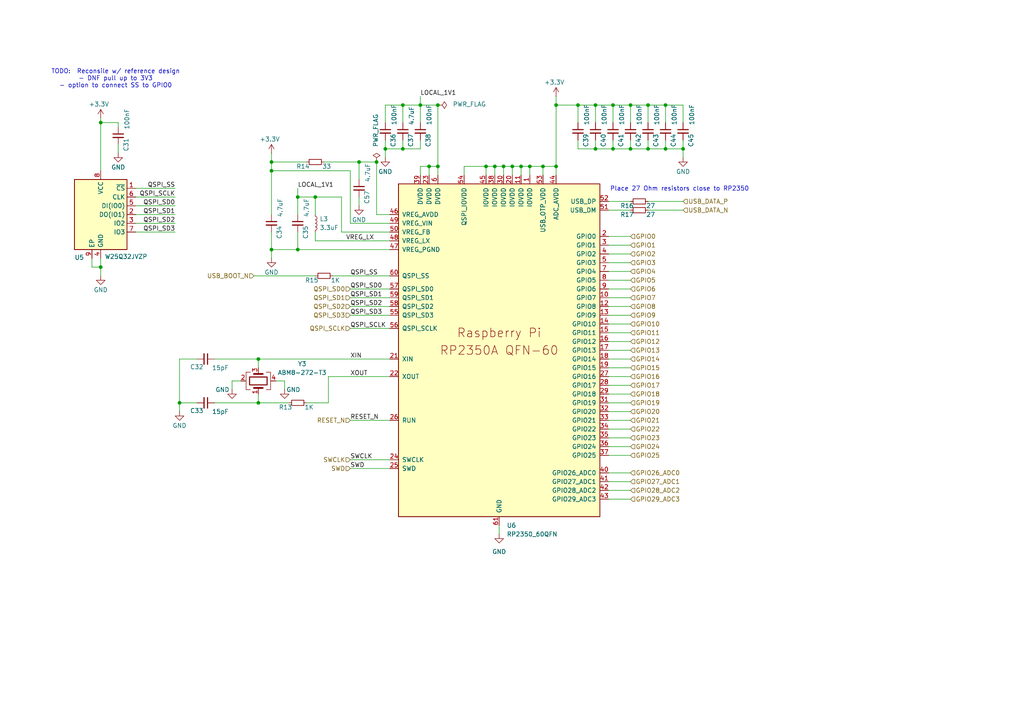
<source format=kicad_sch>
(kicad_sch (version 20231120) (generator "eeschema") (generator_version "8.0")
  (paper "A4")
  (title_block (title "RP2350 Target Board") (date "2024-10-23") (rev "rev1-pre3") (company "Pigweed"))
  (lib_symbols
    (symbol "Device:C_Small" (pin_numbers hide) (pin_names (offset 0.254) hide)
      (property "Reference" "C" (at 0.254 1.778 0))
      (property "Value" "C_Small" (at 0.254 -2.032 0))
      (symbol "C_Small_0_1"
        (polyline (pts (xy -1.524 -0.508) (xy 1.524 -0.508)) (stroke (width 0.3302)))
        (polyline (pts (xy -1.524 0.508) (xy 1.524 0.508)) (stroke (width 0.3048)))
      )
      (symbol "C_Small_1_1"
        (pin passive line (at 0 2.54 270) (length 2.032) (name "~") (number "1"))
        (pin passive line (at 0 -2.54 90) (length 2.032) (name "~") (number "2"))
      )
    )
    (symbol "Device:Crystal_GND24" (pin_names (offset 1.016) hide)
      (property "Reference" "Y" (at 3.175 5.08 0))
      (property "Value" "Crystal_GND24" (at 3.175 3.175 0))
      (symbol "Crystal_GND24_0_1"
        (rectangle (start -1.143 2.54) (end 1.143 -2.54) (stroke (width 0.3048)))
        (polyline (pts (xy -2.54 0) (xy -2.032 0)))
        (polyline (pts (xy -2.032 -1.27) (xy -2.032 1.27)) (stroke (width 0.508)))
        (polyline (pts (xy 0 -3.81) (xy 0 -3.556)))
        (polyline (pts (xy 0 3.556) (xy 0 3.81)))
        (polyline (pts (xy 2.032 -1.27) (xy 2.032 1.27)) (stroke (width 0.508)))
        (polyline (pts (xy 2.032 0) (xy 2.54 0)))
        (polyline (pts (xy -2.54 -2.286) (xy -2.54 -3.556) (xy 2.54 -3.556) (xy 2.54 -2.286)))
        (polyline (pts (xy -2.54 2.286) (xy -2.54 3.556) (xy 2.54 3.556) (xy 2.54 2.286)))
      )
      (symbol "Crystal_GND24_1_1"
        (pin passive line (at -3.81 0 0) (length 1.27) (name "1") (number "1"))
        (pin passive line (at 0 5.08 270) (length 1.27) (name "2") (number "2"))
        (pin passive line (at 3.81 0 180) (length 1.27) (name "3") (number "3"))
        (pin passive line (at 0 -5.08 90) (length 1.27) (name "4") (number "4"))
      )
    )
    (symbol "Device:L_Small" (pin_numbers hide) (pin_names (offset 0.254) hide)
      (property "Reference" "L" (at 0.762 1.016 0))
      (property "Value" "L_Small" (at 0.762 -1.016 0))
      (symbol "L_Small_0_1"
        (arc (start 0 -2.032) (mid 0.5058 -1.524) (end 0 -1.016))
        (arc (start 0 -1.016) (mid 0.5058 -0.508) (end 0 0))
        (arc (start 0 0) (mid 0.5058 0.508) (end 0 1.016))
        (arc (start 0 1.016) (mid 0.5058 1.524) (end 0 2.032))
      )
      (symbol "L_Small_1_1"
        (pin passive line (at 0 2.54 270) (length 0.508) (name "~") (number "1"))
        (pin passive line (at 0 -2.54 90) (length 0.508) (name "~") (number "2"))
      )
    )
    (symbol "Device:R_Small" (pin_numbers hide) (pin_names (offset 0.254) hide)
      (property "Reference" "R" (at 0.762 0.508 0))
      (property "Value" "R_Small" (at 0.762 -1.016 0))
      (symbol "R_Small_0_1"
        (rectangle (start -0.762 1.778) (end 0.762 -1.778) (stroke (width 0.2032)))
      )
      (symbol "R_Small_1_1"
        (pin passive line (at 0 2.54 270) (length 0.762) (name "~") (number "1"))
        (pin passive line (at 0 -2.54 90) (length 0.762) (name "~") (number "2"))
      )
    )
    (symbol "MCU_RaspberryPi_RP2350:RP2350_60QFN" (pin_names (offset 1.016))
      (property "Reference" "U" (at -29.21 49.53 0))
      (property "Value" "RP2350_60QFN" (at 24.13 -49.53 0))
      (symbol "RP2350_60QFN_0_0"
        (text "Raspberry Pi" (at 0 5.08 0) (effects (font (size 2.54 2.54))))
      )
      (symbol "RP2350_60QFN_0_1"
        (rectangle (start -29.21 48.26) (end 29.21 -48.26) (stroke (width 0.254)) (fill (type background)))
      )
      (symbol "RP2350_60QFN_1_0"
        (text "RP2350A QFN-60" (at 0 0 0) (effects (font (size 2.54 2.54))))
      )
      (symbol "RP2350_60QFN_1_1"
        (pin power_in line (at 8.89 50.8 270) (length 2.54) (name "IOVDD") (number "1"))
        (pin bidirectional line (at 31.75 15.24 180) (length 2.54) (name "GPIO7") (number "10"))
        (pin power_in line (at 6.35 50.8 270) (length 2.54) (name "IOVDD") (number "11"))
        (pin bidirectional line (at 31.75 12.7 180) (length 2.54) (name "GPIO8") (number "12"))
        (pin bidirectional line (at 31.75 10.16 180) (length 2.54) (name "GPIO9") (number "13"))
        (pin bidirectional line (at 31.75 7.62 180) (length 2.54) (name "GPIO10") (number "14"))
        (pin bidirectional line (at 31.75 5.08 180) (length 2.54) (name "GPIO11") (number "15"))
        (pin bidirectional line (at 31.75 2.54 180) (length 2.54) (name "GPIO12") (number "16"))
        (pin bidirectional line (at 31.75 0 180) (length 2.54) (name "GPIO13") (number "17"))
        (pin bidirectional line (at 31.75 -2.54 180) (length 2.54) (name "GPIO14") (number "18"))
        (pin bidirectional line (at 31.75 -5.08 180) (length 2.54) (name "GPIO15") (number "19"))
        (pin bidirectional line (at 31.75 33.02 180) (length 2.54) (name "GPIO0") (number "2"))
        (pin power_in line (at 3.81 50.8 270) (length 2.54) (name "IOVDD") (number "20"))
        (pin input line (at -31.75 -2.54 0) (length 2.54) (name "XIN") (number "21"))
        (pin passive line (at -31.75 -7.62 0) (length 2.54) (name "XOUT") (number "22"))
        (pin power_in line (at -20.32 50.8 270) (length 2.54) (name "DVDD") (number "23"))
        (pin input line (at -31.75 -31.75 0) (length 2.54) (name "SWCLK") (number "24"))
        (pin bidirectional line (at -31.75 -34.29 0) (length 2.54) (name "SWD") (number "25"))
        (pin input line (at -31.75 -20.32 0) (length 2.54) (name "RUN") (number "26"))
        (pin bidirectional line (at 31.75 -7.62 180) (length 2.54) (name "GPIO16") (number "27"))
        (pin bidirectional line (at 31.75 -10.16 180) (length 2.54) (name "GPIO17") (number "28"))
        (pin bidirectional line (at 31.75 -12.7 180) (length 2.54) (name "GPIO18") (number "29"))
        (pin bidirectional line (at 31.75 30.48 180) (length 2.54) (name "GPIO1") (number "3"))
        (pin power_in line (at 1.27 50.8 270) (length 2.54) (name "IOVDD") (number "30"))
        (pin bidirectional line (at 31.75 -15.24 180) (length 2.54) (name "GPIO19") (number "31"))
        (pin bidirectional line (at 31.75 -17.78 180) (length 2.54) (name "GPIO20") (number "32"))
        (pin bidirectional line (at 31.75 -20.32 180) (length 2.54) (name "GPIO21") (number "33"))
        (pin bidirectional line (at 31.75 -22.86 180) (length 2.54) (name "GPIO22") (number "34"))
        (pin bidirectional line (at 31.75 -25.4 180) (length 2.54) (name "GPIO23") (number "35"))
        (pin bidirectional line (at 31.75 -27.94 180) (length 2.54) (name "GPIO24") (number "36"))
        (pin bidirectional line (at 31.75 -30.48 180) (length 2.54) (name "GPIO25") (number "37"))
        (pin power_in line (at -1.27 50.8 270) (length 2.54) (name "IOVDD") (number "38"))
        (pin power_in line (at -22.86 50.8 270) (length 2.54) (name "DVDD") (number "39"))
        (pin bidirectional line (at 31.75 27.94 180) (length 2.54) (name "GPIO2") (number "4"))
        (pin bidirectional line (at 31.75 -35.56 180) (length 2.54) (name "GPIO26_ADC0") (number "40"))
        (pin bidirectional line (at 31.75 -38.1 180) (length 2.54) (name "GPIO27_ADC1") (number "41"))
        (pin bidirectional line (at 31.75 -40.64 180) (length 2.54) (name "GPIO28_ADC2") (number "42"))
        (pin bidirectional line (at 31.75 -43.18 180) (length 2.54) (name "GPIO29_ADC3") (number "43"))
        (pin power_in line (at 16.51 50.8 270) (length 2.54) (name "ADC_AVDD") (number "44"))
        (pin power_in line (at -3.81 50.8 270) (length 2.54) (name "IOVDD") (number "45"))
        (pin power_in line (at -31.75 39.37 0) (length 2.54) (name "VREG_AVDD") (number "46"))
        (pin power_in line (at -31.75 29.21 0) (length 2.54) (name "VREG_PGND") (number "47"))
        (pin power_out line (at -31.75 31.75 0) (length 2.54) (name "VREG_LX") (number "48"))
        (pin power_in line (at -31.75 36.83 0) (length 2.54) (name "VREG_VIN") (number "49"))
        (pin bidirectional line (at 31.75 25.4 180) (length 2.54) (name "GPIO3") (number "5"))
        (pin input line (at -31.75 34.29 0) (length 2.54) (name "VREG_FB") (number "50"))
        (pin bidirectional line (at 31.75 40.64 180) (length 2.54) (name "USB_DM") (number "51"))
        (pin bidirectional line (at 31.75 43.18 180) (length 2.54) (name "USB_DP") (number "52"))
        (pin power_in line (at 12.7 50.8 270) (length 2.54) (name "USB_OTP_VDD") (number "53"))
        (pin power_in line (at -10.16 50.8 270) (length 2.54) (name "QSPI_IOVDD") (number "54"))
        (pin bidirectional line (at -31.75 10.16 0) (length 2.54) (name "QSPI_SD3") (number "55"))
        (pin output line (at -31.75 6.35 0) (length 2.54) (name "QSPI_SCLK") (number "56"))
        (pin bidirectional line (at -31.75 17.78 0) (length 2.54) (name "QSPI_SD0") (number "57"))
        (pin bidirectional line (at -31.75 12.7 0) (length 2.54) (name "QSPI_SD2") (number "58"))
        (pin bidirectional line (at -31.75 15.24 0) (length 2.54) (name "QSPI_SD1") (number "59"))
        (pin power_in line (at -17.78 50.8 270) (length 2.54) (name "DVDD") (number "6"))
        (pin bidirectional line (at -31.75 21.59 0) (length 2.54) (name "QSPI_SS") (number "60"))
        (pin power_in line (at 0 -50.8 90) (length 2.54) (name "GND") (number "61"))
        (pin bidirectional line (at 31.75 22.86 180) (length 2.54) (name "GPIO4") (number "7"))
        (pin bidirectional line (at 31.75 20.32 180) (length 2.54) (name "GPIO5") (number "8"))
        (pin bidirectional line (at 31.75 17.78 180) (length 2.54) (name "GPIO6") (number "9"))
      )
    )
    (symbol "Memory_Flash:W25Q32JVZP"
      (property "Reference" "U" (at -6.35 11.43 0))
      (property "Value" "W25Q32JVZP" (at 7.62 11.43 0))
      (symbol "W25Q32JVZP_0_1"
        (rectangle (start -7.62 10.16) (end 7.62 -10.16) (stroke (width 0.254)) (fill (type background)))
      )
      (symbol "W25Q32JVZP_1_1"
        (pin input line (at -10.16 7.62 0) (length 2.54) (name "~{CS}") (number "1"))
        (pin bidirectional line (at -10.16 0 0) (length 2.54) (name "DO(IO1)") (number "2"))
        (pin bidirectional line (at -10.16 -2.54 0) (length 2.54) (name "IO2") (number "3"))
        (pin power_in line (at 0 -12.7 90) (length 2.54) (name "GND") (number "4"))
        (pin bidirectional line (at -10.16 2.54 0) (length 2.54) (name "DI(IO0)") (number "5"))
        (pin input line (at -10.16 5.08 0) (length 2.54) (name "CLK") (number "6"))
        (pin bidirectional line (at -10.16 -5.08 0) (length 2.54) (name "IO3") (number "7"))
        (pin power_in line (at 0 12.7 270) (length 2.54) (name "VCC") (number "8"))
        (pin passive line (at 2.54 -12.7 90) (length 2.54) (name "EP") (number "9"))
      )
    )
    (symbol "power:+3.3V" (power) (pin_numbers hide) (pin_names (offset 0) hide)
      (property "Value" "+3.3V" (at 0 3.556 0))
      (symbol "+3.3V_0_1"
        (polyline (pts (xy -0.762 1.27) (xy 0 2.54)))
        (polyline (pts (xy 0 0) (xy 0 2.54)))
        (polyline (pts (xy 0 2.54) (xy 0.762 1.27)))
      )
      (symbol "+3.3V_1_1"
        (pin power_in line (at 0 0 90) (length 0) (name "~") (number "1"))
      )
    )
    (symbol "power:GND" (power) (pin_numbers hide) (pin_names (offset 0) hide)
      (property "Value" "GND" (at 0 -3.81 0))
      (symbol "GND_0_1"
        (polyline (pts (xy 0 0) (xy 0 -1.27) (xy 1.27 -1.27) (xy 0 -2.54) (xy -1.27 -1.27) (xy 0 -1.27)))
      )
      (symbol "GND_1_1"
        (pin power_in line (at 0 0 270) (length 0) (name "~") (number "1"))
      )
    )
    (symbol "power:PWR_FLAG" (power) (pin_numbers hide) (pin_names (offset 0) hide)
      (property "Value" "PWR_FLAG" (at 0 3.81 0))
      (symbol "PWR_FLAG_0_0"
        (pin power_out line (at 0 0 90) (length 0) (name "~") (number "1"))
      )
      (symbol "PWR_FLAG_0_1"
        (polyline (pts (xy 0 0) (xy 0 1.27) (xy -1.016 1.905) (xy 0 2.54) (xy 1.016 1.905) (xy 0 1.27)))
      )
    )
  )
  (junction (at 193.04 30.48))
  (junction (at 116.84 30.48))
  (junction (at 143.51 48.26))
  (junction (at 109.22 46.99))
  (junction (at 187.96 30.48))
  (junction (at 116.84 43.18))
  (junction (at 52.07 116.84))
  (junction (at 124.46 48.26))
  (junction (at 151.13 48.26))
  (junction (at 127 48.26))
  (junction (at 193.04 43.18))
  (junction (at 167.64 30.48))
  (junction (at 148.59 48.26))
  (junction (at 146.05 48.26))
  (junction (at 78.74 72.39))
  (junction (at 177.8 43.18))
  (junction (at 172.72 30.48))
  (junction (at 182.88 43.18))
  (junction (at 78.74 46.99))
  (junction (at 104.14 46.99))
  (junction (at 78.74 49.53))
  (junction (at 91.44 57.15))
  (junction (at 140.97 48.26))
  (junction (at 121.92 30.48))
  (junction (at 182.88 30.48))
  (junction (at 74.93 116.84))
  (junction (at 172.72 43.18))
  (junction (at 111.76 43.18))
  (junction (at 29.21 35.56))
  (junction (at 86.36 72.39))
  (junction (at 161.29 30.48))
  (junction (at 153.67 48.26))
  (junction (at 198.12 43.18))
  (junction (at 86.36 57.15))
  (junction (at 157.48 48.26))
  (junction (at 187.96 43.18))
  (junction (at 161.29 48.26))
  (junction (at 29.21 77.47))
  (junction (at 177.8 30.48))
  (junction (at 127 30.48))
  (junction (at 74.93 104.14))
  (wire (pts (xy 182.88 30.48) (xy 182.88 35.56)))
  (wire (pts (xy 78.74 46.99) (xy 88.9 46.99)))
  (wire (pts (xy 176.53 137.16) (xy 182.88 137.16)))
  (wire (pts (xy 176.53 91.44) (xy 182.88 91.44)))
  (wire (pts (xy 111.76 43.18) (xy 111.76 45.72)))
  (wire (pts (xy 29.21 35.56) (xy 29.21 49.53)))
  (wire (pts (xy 121.92 43.18) (xy 116.84 43.18)))
  (wire (pts (xy 73.66 80.01) (xy 91.44 80.01)))
  (wire (pts (xy 187.96 43.18) (xy 193.04 43.18)))
  (wire (pts (xy 124.46 48.26) (xy 121.92 48.26)))
  (wire (pts (xy 121.92 40.64) (xy 121.92 43.18)))
  (wire (pts (xy 176.53 104.14) (xy 182.88 104.14)))
  (wire (pts (xy 176.53 129.54) (xy 182.88 129.54)))
  (wire (pts (xy 151.13 48.26) (xy 151.13 50.8)))
  (wire (pts (xy 116.84 30.48) (xy 116.84 35.56)))
  (wire (pts (xy 161.29 48.26) (xy 161.29 50.8)))
  (wire (pts (xy 101.6 88.9) (xy 113.03 88.9)))
  (wire (pts (xy 176.53 71.12) (xy 182.88 71.12)))
  (wire (pts (xy 176.53 93.98) (xy 182.88 93.98)))
  (wire (pts (xy 176.53 106.68) (xy 182.88 106.68)))
  (wire (pts (xy 39.37 54.61) (xy 50.8 54.61)))
  (wire (pts (xy 193.04 30.48) (xy 193.04 35.56)))
  (wire (pts (xy 109.22 62.23) (xy 109.22 46.99)))
  (wire (pts (xy 101.6 83.82) (xy 113.03 83.82)))
  (wire (pts (xy 157.48 48.26) (xy 157.48 50.8)))
  (wire (pts (xy 34.29 41.91) (xy 34.29 44.45)))
  (wire (pts (xy 111.76 30.48) (xy 111.76 35.56)))
  (wire (pts (xy 182.88 40.64) (xy 182.88 43.18)))
  (wire (pts (xy 101.6 91.44) (xy 113.03 91.44)))
  (wire (pts (xy 34.29 36.83) (xy 34.29 35.56)))
  (wire (pts (xy 176.53 114.3) (xy 182.88 114.3)))
  (wire (pts (xy 134.62 50.8) (xy 134.62 48.26)))
  (wire (pts (xy 153.67 48.26) (xy 157.48 48.26)))
  (wire (pts (xy 176.53 78.74) (xy 182.88 78.74)))
  (wire (pts (xy 121.92 30.48) (xy 127 30.48)))
  (wire (pts (xy 91.44 67.31) (xy 91.44 69.85)))
  (wire (pts (xy 86.36 54.61) (xy 86.36 57.15)))
  (wire (pts (xy 176.53 88.9) (xy 182.88 88.9)))
  (wire (pts (xy 113.03 62.23) (xy 109.22 62.23)))
  (wire (pts (xy 124.46 48.26) (xy 124.46 50.8)))
  (wire (pts (xy 176.53 132.08) (xy 182.88 132.08)))
  (wire (pts (xy 116.84 30.48) (xy 111.76 30.48)))
  (wire (pts (xy 172.72 30.48) (xy 177.8 30.48)))
  (wire (pts (xy 39.37 67.31) (xy 50.8 67.31)))
  (wire (pts (xy 153.67 48.26) (xy 153.67 50.8)))
  (wire (pts (xy 121.92 35.56) (xy 121.92 30.48)))
  (wire (pts (xy 57.15 104.14) (xy 52.07 104.14)))
  (wire (pts (xy 176.53 68.58) (xy 182.88 68.58)))
  (wire (pts (xy 187.96 30.48) (xy 187.96 35.56)))
  (wire (pts (xy 176.53 142.24) (xy 182.88 142.24)))
  (wire (pts (xy 187.96 58.42) (xy 198.12 58.42)))
  (wire (pts (xy 52.07 116.84) (xy 57.15 116.84)))
  (wire (pts (xy 157.48 48.26) (xy 161.29 48.26)))
  (wire (pts (xy 193.04 40.64) (xy 193.04 43.18)))
  (wire (pts (xy 74.93 116.84) (xy 83.82 116.84)))
  (wire (pts (xy 99.06 57.15) (xy 99.06 67.31)))
  (wire (pts (xy 93.98 46.99) (xy 104.14 46.99)))
  (wire (pts (xy 67.31 110.49) (xy 67.31 113.03)))
  (wire (pts (xy 62.23 104.14) (xy 74.93 104.14)))
  (wire (pts (xy 52.07 104.14) (xy 52.07 116.84)))
  (wire (pts (xy 176.53 101.6) (xy 182.88 101.6)))
  (wire (pts (xy 78.74 44.45) (xy 78.74 46.99)))
  (wire (pts (xy 116.84 43.18) (xy 111.76 43.18)))
  (wire (pts (xy 78.74 49.53) (xy 78.74 62.23)))
  (wire (pts (xy 62.23 116.84) (xy 74.93 116.84)))
  (wire (pts (xy 176.53 119.38) (xy 182.88 119.38)))
  (wire (pts (xy 146.05 48.26) (xy 146.05 50.8)))
  (wire (pts (xy 74.93 114.3) (xy 74.93 116.84)))
  (wire (pts (xy 39.37 64.77) (xy 50.8 64.77)))
  (wire (pts (xy 198.12 30.48) (xy 198.12 35.56)))
  (wire (pts (xy 39.37 62.23) (xy 50.8 62.23)))
  (wire (pts (xy 148.59 48.26) (xy 151.13 48.26)))
  (wire (pts (xy 176.53 139.7) (xy 182.88 139.7)))
  (wire (pts (xy 101.6 121.92) (xy 113.03 121.92)))
  (wire (pts (xy 176.53 60.96) (xy 182.88 60.96)))
  (wire (pts (xy 193.04 43.18) (xy 198.12 43.18)))
  (wire (pts (xy 86.36 57.15) (xy 91.44 57.15)))
  (wire (pts (xy 176.53 83.82) (xy 182.88 83.82)))
  (wire (pts (xy 176.53 121.92) (xy 182.88 121.92)))
  (wire (pts (xy 167.64 30.48) (xy 172.72 30.48)))
  (wire (pts (xy 176.53 109.22) (xy 182.88 109.22)))
  (wire (pts (xy 182.88 30.48) (xy 187.96 30.48)))
  (wire (pts (xy 104.14 57.15) (xy 104.14 59.69)))
  (wire (pts (xy 176.53 58.42) (xy 182.88 58.42)))
  (wire (pts (xy 177.8 43.18) (xy 182.88 43.18)))
  (wire (pts (xy 176.53 73.66) (xy 182.88 73.66)))
  (wire (pts (xy 101.6 64.77) (xy 101.6 49.53)))
  (wire (pts (xy 78.74 49.53) (xy 101.6 49.53)))
  (wire (pts (xy 78.74 72.39) (xy 78.74 67.31)))
  (wire (pts (xy 111.76 43.18) (xy 111.76 40.64)))
  (wire (pts (xy 161.29 30.48) (xy 161.29 48.26)))
  (wire (pts (xy 176.53 127) (xy 182.88 127)))
  (wire (pts (xy 101.6 135.89) (xy 113.03 135.89)))
  (wire (pts (xy 86.36 57.15) (xy 86.36 62.23)))
  (wire (pts (xy 176.53 124.46) (xy 182.88 124.46)))
  (wire (pts (xy 86.36 72.39) (xy 113.03 72.39)))
  (wire (pts (xy 144.78 152.4) (xy 144.78 154.94)))
  (wire (pts (xy 113.03 67.31) (xy 99.06 67.31)))
  (wire (pts (xy 78.74 46.99) (xy 78.74 49.53)))
  (wire (pts (xy 193.04 30.48) (xy 198.12 30.48)))
  (wire (pts (xy 95.25 109.22) (xy 95.25 116.84)))
  (wire (pts (xy 198.12 43.18) (xy 198.12 45.72)))
  (wire (pts (xy 176.53 116.84) (xy 182.88 116.84)))
  (wire (pts (xy 176.53 144.78) (xy 182.88 144.78)))
  (wire (pts (xy 176.53 76.2) (xy 182.88 76.2)))
  (wire (pts (xy 176.53 86.36) (xy 182.88 86.36)))
  (wire (pts (xy 39.37 59.69) (xy 50.8 59.69)))
  (wire (pts (xy 104.14 46.99) (xy 104.14 52.07)))
  (wire (pts (xy 101.6 133.35) (xy 113.03 133.35)))
  (wire (pts (xy 140.97 48.26) (xy 143.51 48.26)))
  (wire (pts (xy 151.13 48.26) (xy 153.67 48.26)))
  (wire (pts (xy 127 50.8) (xy 127 48.26)))
  (wire (pts (xy 187.96 30.48) (xy 193.04 30.48)))
  (wire (pts (xy 148.59 48.26) (xy 148.59 50.8)))
  (wire (pts (xy 161.29 30.48) (xy 167.64 30.48)))
  (wire (pts (xy 101.6 95.25) (xy 113.03 95.25)))
  (wire (pts (xy 182.88 43.18) (xy 187.96 43.18)))
  (wire (pts (xy 74.93 104.14) (xy 113.03 104.14)))
  (wire (pts (xy 91.44 57.15) (xy 91.44 62.23)))
  (wire (pts (xy 146.05 48.26) (xy 148.59 48.26)))
  (wire (pts (xy 29.21 77.47) (xy 29.21 80.01)))
  (wire (pts (xy 177.8 30.48) (xy 177.8 35.56)))
  (wire (pts (xy 26.67 77.47) (xy 29.21 77.47)))
  (wire (pts (xy 95.25 109.22) (xy 113.03 109.22)))
  (wire (pts (xy 176.53 99.06) (xy 182.88 99.06)))
  (wire (pts (xy 187.96 60.96) (xy 198.12 60.96)))
  (wire (pts (xy 86.36 67.31) (xy 86.36 72.39)))
  (wire (pts (xy 172.72 40.64) (xy 172.72 43.18)))
  (wire (pts (xy 172.72 43.18) (xy 177.8 43.18)))
  (wire (pts (xy 121.92 30.48) (xy 116.84 30.48)))
  (wire (pts (xy 176.53 81.28) (xy 182.88 81.28)))
  (wire (pts (xy 161.29 27.94) (xy 161.29 30.48)))
  (wire (pts (xy 99.06 57.15) (xy 91.44 57.15)))
  (wire (pts (xy 121.92 48.26) (xy 121.92 50.8)))
  (wire (pts (xy 167.64 35.56) (xy 167.64 30.48)))
  (wire (pts (xy 143.51 48.26) (xy 146.05 48.26)))
  (wire (pts (xy 39.37 57.15) (xy 50.8 57.15)))
  (wire (pts (xy 78.74 72.39) (xy 78.74 74.93)))
  (wire (pts (xy 177.8 30.48) (xy 182.88 30.48)))
  (wire (pts (xy 167.64 40.64) (xy 167.64 43.18)))
  (wire (pts (xy 140.97 48.26) (xy 140.97 50.8)))
  (wire (pts (xy 26.67 74.93) (xy 26.67 77.47)))
  (wire (pts (xy 29.21 74.93) (xy 29.21 77.47)))
  (wire (pts (xy 176.53 111.76) (xy 182.88 111.76)))
  (wire (pts (xy 172.72 30.48) (xy 172.72 35.56)))
  (wire (pts (xy 187.96 40.64) (xy 187.96 43.18)))
  (wire (pts (xy 121.92 27.94) (xy 121.92 30.48)))
  (wire (pts (xy 78.74 72.39) (xy 86.36 72.39)))
  (wire (pts (xy 69.85 110.49) (xy 67.31 110.49)))
  (wire (pts (xy 177.8 40.64) (xy 177.8 43.18)))
  (wire (pts (xy 80.01 110.49) (xy 82.55 110.49)))
  (wire (pts (xy 96.52 80.01) (xy 113.03 80.01)))
  (wire (pts (xy 134.62 48.26) (xy 140.97 48.26)))
  (wire (pts (xy 176.53 96.52) (xy 182.88 96.52)))
  (wire (pts (xy 116.84 43.18) (xy 116.84 40.64)))
  (wire (pts (xy 101.6 86.36) (xy 113.03 86.36)))
  (wire (pts (xy 91.44 69.85) (xy 113.03 69.85)))
  (wire (pts (xy 127 30.48) (xy 127 48.26)))
  (wire (pts (xy 74.93 104.14) (xy 74.93 106.68)))
  (wire (pts (xy 167.64 43.18) (xy 172.72 43.18)))
  (wire (pts (xy 143.51 48.26) (xy 143.51 50.8)))
  (wire (pts (xy 29.21 34.29) (xy 29.21 35.56)))
  (wire (pts (xy 88.9 116.84) (xy 95.25 116.84)))
  (wire (pts (xy 34.29 35.56) (xy 29.21 35.56)))
  (wire (pts (xy 52.07 116.84) (xy 52.07 119.38)))
  (wire (pts (xy 113.03 64.77) (xy 101.6 64.77)))
  (wire (pts (xy 82.55 110.49) (xy 82.55 113.03)))
  (wire (pts (xy 104.14 46.99) (xy 109.22 46.99)))
  (wire (pts (xy 127 48.26) (xy 124.46 48.26)))
  (wire (pts (xy 198.12 43.18) (xy 198.12 40.64)))
  (text "Place 27 Ohm resistors close to RP2350" (at 197.104 54.864 0) (effects (font (size 1.27 1.27))))
  (text "TODO:  Reconsile w/ reference design\n- DNF pull up to 3V3\n- option to connect SS to GPIO0" (at 33.528 22.86 0) (effects (font (size 1.27 1.27))))
  (label "QSPI_SD3" (at 50.8 67.31 180))
  (label "LOCAL_1V1" (at 86.36 54.61 0))
  (label "QSPI_SD1" (at 50.8 62.23 180))
  (label "XOUT" (at 101.6 109.22 0))
  (label "QSPI_SD2" (at 101.6 88.9 0))
  (label "SWCLK" (at 101.6 133.35 0))
  (label "LOCAL_1V1" (at 121.92 27.94 0))
  (label "XIN" (at 101.6 104.14 0))
  (label "QSPI_SCLK" (at 50.8 57.15 180))
  (label "QSPI_SD0" (at 50.8 59.69 180))
  (label "QSPI_SD1" (at 101.6 86.36 0))
  (label "QSPI_SD2" (at 50.8 64.77 180))
  (label "QSPI_SCLK" (at 101.6 95.25 0))
  (label "SWD" (at 101.6 135.89 0))
  (label "VREG_LX" (at 100.33 69.85 0))
  (label "QSPI_SD3" (at 101.6 91.44 0))
  (label "QSPI_SS" (at 50.8 54.61 180))
  (label "QSPI_SD0" (at 101.6 83.82 0))
  (label "RESET_N" (at 101.6 121.92 0))
  (label "QSPI_SS" (at 101.6 80.01 0))
  (hierarchical_label "GPIO19" (shape input) (at 182.88 116.84 0))
  (hierarchical_label "GPIO26_ADC0" (shape input) (at 182.88 137.16 0))
  (hierarchical_label "GPIO7" (shape input) (at 182.88 86.36 0))
  (hierarchical_label "USB_DATA_N" (shape input) (at 198.12 60.96 0))
  (hierarchical_label "QSPI_SD3" (shape input) (at 101.6 91.44 180))
  (hierarchical_label "GPIO13" (shape input) (at 182.88 101.6 0))
  (hierarchical_label "QSPI_SD0" (shape input) (at 101.6 83.82 180))
  (hierarchical_label "QSPI_SCLK" (shape input) (at 101.6 95.25 180))
  (hierarchical_label "GPIO22" (shape input) (at 182.88 124.46 0))
  (hierarchical_label "SWD" (shape input) (at 101.6 135.89 180))
  (hierarchical_label "GPIO23" (shape input) (at 182.88 127 0))
  (hierarchical_label "GPIO3" (shape input) (at 182.88 76.2 0))
  (hierarchical_label "GPIO25" (shape input) (at 182.88 132.08 0))
  (hierarchical_label "QSPI_SD2" (shape input) (at 101.6 88.9 180))
  (hierarchical_label "GPIO24" (shape input) (at 182.88 129.54 0))
  (hierarchical_label "USB_DATA_P" (shape input) (at 198.12 58.42 0))
  (hierarchical_label "RESET_N" (shape input) (at 101.6 121.92 180))
  (hierarchical_label "GPIO12" (shape input) (at 182.88 99.06 0))
  (hierarchical_label "GPIO29_ADC3" (shape input) (at 182.88 144.78 0))
  (hierarchical_label "GPIO5" (shape input) (at 182.88 81.28 0))
  (hierarchical_label "GPIO8" (shape input) (at 182.88 88.9 0))
  (hierarchical_label "GPIO14" (shape input) (at 182.88 104.14 0))
  (hierarchical_label "GPIO6" (shape input) (at 182.88 83.82 0))
  (hierarchical_label "USB_BOOT_N" (shape input) (at 73.66 80.01 180))
  (hierarchical_label "GPIO4" (shape input) (at 182.88 78.74 0))
  (hierarchical_label "GPIO20" (shape input) (at 182.88 119.38 0))
  (hierarchical_label "GPIO2" (shape input) (at 182.88 73.66 0))
  (hierarchical_label "GPIO27_ADC1" (shape input) (at 182.88 139.7 0))
  (hierarchical_label "GPIO18" (shape input) (at 182.88 114.3 0))
  (hierarchical_label "GPIO15" (shape input) (at 182.88 106.68 0))
  (hierarchical_label "GPIO9" (shape input) (at 182.88 91.44 0))
  (hierarchical_label "GPIO11" (shape input) (at 182.88 96.52 0))
  (hierarchical_label "QSPI_SD1" (shape input) (at 101.6 86.36 180))
  (hierarchical_label "GPIO16" (shape input) (at 182.88 109.22 0))
  (hierarchical_label "GPIO10" (shape input) (at 182.88 93.98 0))
  (hierarchical_label "GPIO17" (shape input) (at 182.88 111.76 0))
  (hierarchical_label "GPIO28_ADC2" (shape input) (at 182.88 142.24 0))
  (hierarchical_label "GPIO21" (shape input) (at 182.88 121.92 0))
  (hierarchical_label "GPIO0" (shape input) (at 182.88 68.58 0))
  (hierarchical_label "SWCLK" (shape input) (at 101.6 133.35 180))
  (hierarchical_label "GPIO1" (shape input) (at 182.88 71.12 0))
  (symbol (lib_id "power:PWR_FLAG") (at 127 30.48 270) (unit 1)
    (property "Reference" "#FLG03" (effects (hide yes)))
    (property "Value" "PWR_FLAG" (at 136.144 30.226 90))
    (property "Description" "Special symbol for telling ERC where power comes from" (effects (hide yes)))
    (instances (project "rp2350_target_board" (path "" (reference "#FLG05") (unit 1)) (path "" (reference "#FLG03") (unit 1)) (path "" (reference "#FLG04") (unit 1))))
  )
  (symbol (lib_id "Device:R_Small") (at 93.98 80.01 90) (unit 1)
    (property "Reference" "R15" (at 90.424 81.28 90))
    (property "Value" "1K" (at 97.282 81.28 90))
    (property "Footprint" "Resistor_SMD:R_0402_1005Metric" (effects (hide yes)))
    (property "Datasheet" "https://www.lcsc.com/datasheet/lcsc_datasheet_2304140030_YAGEO-RC0402FR-071KL_C106235.pdf" (effects (hide yes)))
    (property "Description" "Resistor, small symbol" (effects (hide yes)))
    (property "Manufacturer" "YAGEO" (effects (hide yes)))
    (property "ManufacturerPartNo" "RC0402FR-071KL " (effects (hide yes)))
    (property "LCSC" "C106235" (effects (hide yes)))
    (instances (project "rp2350_target_board" (path "" (reference "R15") (unit 1)) (path "" (reference "R8") (unit 1)) (path "" (reference "R5") (unit 1))))
  )
  (symbol (lib_id "Device:R_Small") (at 86.36 116.84 90) (unit 1)
    (property "Reference" "R13" (at 82.804 118.11 90))
    (property "Value" "1K" (at 89.662 118.11 90))
    (property "Footprint" "Resistor_SMD:R_0402_1005Metric" (effects (hide yes)))
    (property "Datasheet" "https://www.lcsc.com/datasheet/lcsc_datasheet_2304140030_YAGEO-RC0402FR-071KL_C106235.pdf" (effects (hide yes)))
    (property "Description" "Resistor, small symbol" (effects (hide yes)))
    (property "Manufacturer" "YAGEO" (effects (hide yes)))
    (property "ManufacturerPartNo" "RC0402FR-071KL " (effects (hide yes)))
    (property "LCSC" "C106235" (effects (hide yes)))
    (instances (project "rp2350_target_board" (path "" (reference "R13") (unit 1)) (path "" (reference "R6") (unit 1)) (path "" (reference "R3") (unit 1))))
  )
  (symbol (lib_id "power:GND") (at 144.78 154.94 0) (mirror y) (unit 1)
    (property "Reference" "#PWR035" (effects (hide yes)))
    (property "Value" "GND" (at 144.78 160.02 0))
    (property "Description" "Power symbol creates a global label with name \"GND\" , ground" (effects (hide yes)))
    (instances (project "rp2350_target_board" (path "" (reference "#PWR035") (unit 1)) (path "" (reference "#PWR024") (unit 1)) (path "" (reference "#PWR013") (unit 1))))
  )
  (symbol (lib_id "Device:C_Small") (at 116.84 38.1 0) (unit 1)
    (property "Reference" "C37" (at 119.126 42.672 90) (effects (justify left)))
    (property "Value" "4.7uF" (at 119.38 36.322 90) (effects (justify left)))
    (property "Footprint" "Capacitor_SMD:C_0402_1005Metric" (effects (hide yes)))
    (property "Datasheet" "https://www.lcsc.com/datasheet/lcsc_datasheet_2304140030_Samsung-Electro-Mechanics-CL05A475KP5NRNC_C368809.pdf" (effects (hide yes)))
    (property "Description" "Unpolarized capacitor, small symbol" (effects (hide yes)))
    (property "Manufacturer" "Samsung Electro-Mechanics" (effects (hide yes)))
    (property "ManufacturerPartNo" "CL05A475KP5NRNC" (effects (hide yes)))
    (property "LCSC" "C368809" (effects (hide yes)))
    (instances (project "rp2350_target_board" (path "" (reference "C37") (unit 1)) (path "" (reference "C22") (unit 1)) (path "" (reference "C7") (unit 1))))
  )
  (symbol (lib_id "Device:R_Small") (at 185.42 60.96 90) (unit 1)
    (property "Reference" "R17" (at 181.864 62.23 90))
    (property "Value" "27" (at 188.722 62.23 90))
    (property "Footprint" "Resistor_SMD:R_0402_1005Metric" (effects (hide yes)))
    (property "Datasheet" "https://www.lcsc.com/datasheet/lcsc_datasheet_2304140030_YAGEO-RC0402FR-0727RL_C138021.pdf" (effects (hide yes)))
    (property "Description" "Resistor, small symbol" (effects (hide yes)))
    (property "Manufacturer" "YAGEO" (effects (hide yes)))
    (property "ManufacturerPartNo" "RC0402FR-0727RL" (effects (hide yes)))
    (property "LCSC" "C138021" (effects (hide yes)))
    (instances (project "rp2350_target_board" (path "" (reference "R17") (unit 1)) (path "" (reference "R10") (unit 1)) (path "" (reference "R12") (unit 1))))
  )
  (symbol (lib_id "Device:C_Small") (at 121.92 38.1 0) (unit 1)
    (property "Reference" "C38" (at 124.206 42.672 90) (effects (justify left)))
    (property "Value" "100nF" (at 124.46 36.322 90) (effects (justify left)))
    (property "Footprint" "Capacitor_SMD:C_0402_1005Metric" (effects (hide yes)))
    (property "Datasheet" "https://www.lcsc.com/datasheet/lcsc_datasheet_2203221430_YAGEO-CC0402KRX7R7BB104_C60474.pdf" (effects (hide yes)))
    (property "Description" "Unpolarized capacitor, small symbol" (effects (hide yes)))
    (property "Manufacturer" "YAGEO" (effects (hide yes)))
    (property "ManufacturerPartNo" "CC0402KRX7R7BB104" (effects (hide yes)))
    (property "LCSC" "C60474" (effects (hide yes)))
    (instances (project "rp2350_target_board" (path "" (reference "C38") (unit 1)) (path "" (reference "C23") (unit 1)) (path "" (reference "C8") (unit 1))))
  )
  (symbol (lib_id "Device:Crystal_GND24") (at 74.93 110.49 90) (unit 1)
    (property "Reference" "Y3" (at 87.63 105.5368 90))
    (property "Value" "ABM8-272-T3" (at 87.63 108.0768 90))
    (property "Footprint" "Crystal:Crystal_SMD_Abracon_ABM8G-4Pin_3.2x2.5mm" (effects (hide yes)))
    (property "Datasheet" "https://www.lcsc.com/datasheet/lcsc_datasheet_2402271053_Abracon-LLC-ABM8-272-T3_C20625731.pdf" (effects (hide yes)))
    (property "Description" "Four pin crystal, GND on pins 2 and 4" (effects (hide yes)))
    (property "Manufacturer" "Abracon LLC" (effects (hide yes)))
    (property "ManufacturerPartNo" "ABM8-272-T3 " (effects (hide yes)))
    (property "LCSC" "C20625731" (effects (hide yes)))
    (instances (project "rp2350_target_board" (path "" (reference "Y3") (unit 1)) (path "" (reference "Y2") (unit 1)) (path "" (reference "Y1") (unit 1))))
  )
  (symbol (lib_id "Device:C_Small") (at 167.64 38.1 0) (unit 1)
    (property "Reference" "C39" (at 169.926 42.672 90) (effects (justify left)))
    (property "Value" "100nF" (at 170.18 36.322 90) (effects (justify left)))
    (property "Footprint" "Capacitor_SMD:C_0402_1005Metric" (effects (hide yes)))
    (property "Datasheet" "https://www.lcsc.com/datasheet/lcsc_datasheet_2203221430_YAGEO-CC0402KRX7R7BB104_C60474.pdf" (effects (hide yes)))
    (property "Description" "Unpolarized capacitor, small symbol" (effects (hide yes)))
    (property "Manufacturer" "YAGEO" (effects (hide yes)))
    (property "ManufacturerPartNo" "CC0402KRX7R7BB104" (effects (hide yes)))
    (property "LCSC" "C60474" (effects (hide yes)))
    (instances (project "rp2350_target_board" (path "" (reference "C39") (unit 1)) (path "" (reference "C24") (unit 1)) (path "" (reference "C9") (unit 1))))
  )
  (symbol (lib_id "Device:R_Small") (at 185.42 58.42 90) (unit 1)
    (property "Reference" "R16" (at 181.864 59.69 90))
    (property "Value" "27" (at 188.722 59.69 90))
    (property "Footprint" "Resistor_SMD:R_0402_1005Metric" (effects (hide yes)))
    (property "Datasheet" "https://www.lcsc.com/datasheet/lcsc_datasheet_2304140030_YAGEO-RC0402FR-0727RL_C138021.pdf" (effects (hide yes)))
    (property "Description" "Resistor, small symbol" (effects (hide yes)))
    (property "Manufacturer" "YAGEO" (effects (hide yes)))
    (property "ManufacturerPartNo" "RC0402FR-0727RL" (effects (hide yes)))
    (property "LCSC" "C138021" (effects (hide yes)))
    (instances (project "rp2350_target_board" (path "" (reference "R16") (unit 1)) (path "" (reference "R9") (unit 1)) (path "" (reference "R11") (unit 1))))
  )
  (symbol (lib_id "power:GND") (at 111.76 45.72 0) (mirror y) (unit 1)
    (property "Reference" "#PWR034" (effects (hide yes)))
    (property "Value" "GND" (at 111.76 49.784 0))
    (property "Description" "Power symbol creates a global label with name \"GND\" , ground" (effects (hide yes)))
    (instances (project "rp2350_target_board" (path "" (reference "#PWR034") (unit 1)) (path "" (reference "#PWR022") (unit 1)) (path "" (reference "#PWR012") (unit 1))))
  )
  (symbol (lib_id "Device:C_Small") (at 198.12 38.1 0) (unit 1)
    (property "Reference" "C45" (at 200.406 42.672 90) (effects (justify left)))
    (property "Value" "100nF" (at 200.66 36.322 90) (effects (justify left)))
    (property "Footprint" "Capacitor_SMD:C_0402_1005Metric" (effects (hide yes)))
    (property "Datasheet" "https://www.lcsc.com/datasheet/lcsc_datasheet_2203221430_YAGEO-CC0402KRX7R7BB104_C60474.pdf" (effects (hide yes)))
    (property "Description" "Unpolarized capacitor, small symbol" (effects (hide yes)))
    (property "Manufacturer" "YAGEO" (effects (hide yes)))
    (property "ManufacturerPartNo" "CC0402KRX7R7BB104" (effects (hide yes)))
    (property "LCSC" "C60474" (effects (hide yes)))
    (instances (project "rp2350_target_board" (path "" (reference "C45") (unit 1)) (path "" (reference "C30") (unit 1)) (path "" (reference "C15") (unit 1))))
  )
  (symbol (lib_id "Device:C_Small") (at 187.96 38.1 0) (unit 1)
    (property "Reference" "C43" (at 190.246 42.672 90) (effects (justify left)))
    (property "Value" "100nF" (at 190.5 36.322 90) (effects (justify left)))
    (property "Footprint" "Capacitor_SMD:C_0402_1005Metric" (effects (hide yes)))
    (property "Datasheet" "https://www.lcsc.com/datasheet/lcsc_datasheet_2203221430_YAGEO-CC0402KRX7R7BB104_C60474.pdf" (effects (hide yes)))
    (property "Description" "Unpolarized capacitor, small symbol" (effects (hide yes)))
    (property "Manufacturer" "YAGEO" (effects (hide yes)))
    (property "ManufacturerPartNo" "CC0402KRX7R7BB104" (effects (hide yes)))
    (property "LCSC" "C60474" (effects (hide yes)))
    (instances (project "rp2350_target_board" (path "" (reference "C43") (unit 1)) (path "" (reference "C28") (unit 1)) (path "" (reference "C13") (unit 1))))
  )
  (symbol (lib_id "power:GND") (at 82.55 113.03 0) (mirror y) (unit 1)
    (property "Reference" "#PWR033" (effects (hide yes)))
    (property "Value" "GND" (at 85.09 113.03 0))
    (property "Description" "Power symbol creates a global label with name \"GND\" , ground" (effects (hide yes)))
    (instances (project "rp2350_target_board" (path "" (reference "#PWR033") (unit 1)) (path "" (reference "#PWR020") (unit 1)) (path "" (reference "#PWR011") (unit 1))))
  )
  (symbol (lib_id "power:GND") (at 29.21 80.01 0) (mirror y) (unit 1)
    (property "Reference" "#PWR028" (effects (hide yes)))
    (property "Value" "GND" (at 29.21 84.074 0))
    (property "Description" "Power symbol creates a global label with name \"GND\" , ground" (effects (hide yes)))
    (instances (project "rp2350_target_board" (path "" (reference "#PWR028") (unit 1)) (path "" (reference "#PWR015") (unit 1)) (path "" (reference "#PWR06") (unit 1))))
  )
  (symbol (lib_id "Device:C_Small") (at 177.8 38.1 0) (unit 1)
    (property "Reference" "C41" (at 180.086 42.672 90) (effects (justify left)))
    (property "Value" "100nF" (at 180.34 36.322 90) (effects (justify left)))
    (property "Footprint" "Capacitor_SMD:C_0402_1005Metric" (effects (hide yes)))
    (property "Datasheet" "https://www.lcsc.com/datasheet/lcsc_datasheet_2203221430_YAGEO-CC0402KRX7R7BB104_C60474.pdf" (effects (hide yes)))
    (property "Description" "Unpolarized capacitor, small symbol" (effects (hide yes)))
    (property "Manufacturer" "YAGEO" (effects (hide yes)))
    (property "ManufacturerPartNo" "CC0402KRX7R7BB104" (effects (hide yes)))
    (property "LCSC" "C60474" (effects (hide yes)))
    (instances (project "rp2350_target_board" (path "" (reference "C41") (unit 1)) (path "" (reference "C26") (unit 1)) (path "" (reference "C11") (unit 1))))
  )
  (symbol (lib_id "Device:C_Small") (at 182.88 38.1 0) (unit 1)
    (property "Reference" "C42" (at 185.166 42.672 90) (effects (justify left)))
    (property "Value" "100nF" (at 185.42 36.322 90) (effects (justify left)))
    (property "Footprint" "Capacitor_SMD:C_0402_1005Metric" (effects (hide yes)))
    (property "Datasheet" "https://www.lcsc.com/datasheet/lcsc_datasheet_2203221430_YAGEO-CC0402KRX7R7BB104_C60474.pdf" (effects (hide yes)))
    (property "Description" "Unpolarized capacitor, small symbol" (effects (hide yes)))
    (property "Manufacturer" "YAGEO" (effects (hide yes)))
    (property "ManufacturerPartNo" "CC0402KRX7R7BB104" (effects (hide yes)))
    (property "LCSC" "C60474" (effects (hide yes)))
    (instances (project "rp2350_target_board" (path "" (reference "C42") (unit 1)) (path "" (reference "C27") (unit 1)) (path "" (reference "C12") (unit 1))))
  )
  (symbol (lib_id "Device:R_Small") (at 91.44 46.99 90) (unit 1)
    (property "Reference" "R14" (at 87.884 48.26 90))
    (property "Value" "33" (at 94.742 48.26 90))
    (property "Footprint" "Resistor_SMD:R_0402_1005Metric" (effects (hide yes)))
    (property "Datasheet" "https://www.lcsc.com/datasheet/lcsc_datasheet_2304140030_YAGEO-RC0402FR-0733RL_C138002.pdf" (effects (hide yes)))
    (property "Description" "Resistor, small symbol" (effects (hide yes)))
    (property "Manufacturer" "YAGEO" (effects (hide yes)))
    (property "ManufacturerPartNo" "RC0402FR-0733RL " (effects (hide yes)))
    (property "LCSC" "C138002" (effects (hide yes)))
    (instances (project "rp2350_target_board" (path "" (reference "R14") (unit 1)) (path "" (reference "R7") (unit 1)) (path "" (reference "R4") (unit 1))))
  )
  (symbol (lib_id "Memory_Flash:W25Q32JVZP") (at 29.21 62.23 0) (mirror y) (unit 1)
    (property "Reference" "U5" (at 24.384 74.676 0) (effects (justify left)))
    (property "Value" "W25Q32JVZP" (at 36.576 74.422 0))
    (property "Footprint" "Package_SON:WSON-8-1EP_6x5mm_P1.27mm_EP3.4x4.3mm" (effects (hide yes)))
    (property "Datasheet" "http://www.winbond.com/resource-files/w25q32jv%20revg%2003272018%20plus.pdf" (effects (hide yes)))
    (property "Description" "32Mb Serial Flash Memory, Standard/Dual/Quad SPI, DFN-8" (effects (hide yes)))
    (instances (project "rp2350_target_board" (path "" (reference "U5") (unit 1)) (path "" (reference "U3") (unit 1)) (path "" (reference "U1") (unit 1))))
  )
  (symbol (lib_id "power:+3.3V") (at 29.21 34.29 0) (unit 1)
    (property "Reference" "#PWR027" (effects (hide yes)))
    (property "Value" "+3.3V" (at 28.702 30.226 0))
    (property "Description" "Power symbol creates a global label with name \"+3.3V\"" (effects (hide yes)))
    (instances (project "rp2350_target_board" (path "" (reference "#PWR027") (unit 1)) (path "" (reference "#PWR014") (unit 1)) (path "" (reference "#PWR05") (unit 1))))
  )
  (symbol (lib_id "Device:C_Small") (at 59.69 104.14 270) (unit 1)
    (property "Reference" "C32" (at 55.118 106.426 90) (effects (justify left)))
    (property "Value" "15pF" (at 61.468 106.68 90) (effects (justify left)))
    (property "Footprint" "Capacitor_SMD:C_0402_1005Metric" (effects (hide yes)))
    (property "Datasheet" "https://www.lcsc.com/datasheet/lcsc_datasheet_2304140030_YAGEO-CC0402JRNPO9BN150_C106997.pdf" (effects (hide yes)))
    (property "Description" "Unpolarized capacitor, small symbol" (effects (hide yes)))
    (property "Manufacturer" "YAGEO" (effects (hide yes)))
    (property "ManufacturerPartNo" "CC0402JRNPO9BN150" (effects (hide yes)))
    (property "LCSC" "C106997" (effects (hide yes)))
    (instances (project "rp2350_target_board" (path "" (reference "C32") (unit 1)) (path "" (reference "C17") (unit 1)) (path "" (reference "C2") (unit 1))))
  )
  (symbol (lib_id "power:GND") (at 52.07 119.38 0) (mirror y) (unit 1)
    (property "Reference" "#PWR030" (effects (hide yes)))
    (property "Value" "GND" (at 52.07 123.444 0))
    (property "Description" "Power symbol creates a global label with name \"GND\" , ground" (effects (hide yes)))
    (instances (project "rp2350_target_board" (path "" (reference "#PWR030") (unit 1)) (path "" (reference "#PWR017") (unit 1)) (path "" (reference "#PWR08") (unit 1))))
  )
  (symbol (lib_id "Device:C_Small") (at 172.72 38.1 0) (unit 1)
    (property "Reference" "C40" (at 175.006 42.672 90) (effects (justify left)))
    (property "Value" "100nF" (at 175.26 36.322 90) (effects (justify left)))
    (property "Footprint" "Capacitor_SMD:C_0402_1005Metric" (effects (hide yes)))
    (property "Datasheet" "https://www.lcsc.com/datasheet/lcsc_datasheet_2203221430_YAGEO-CC0402KRX7R7BB104_C60474.pdf" (effects (hide yes)))
    (property "Description" "Unpolarized capacitor, small symbol" (effects (hide yes)))
    (property "Manufacturer" "YAGEO" (effects (hide yes)))
    (property "ManufacturerPartNo" "CC0402KRX7R7BB104" (effects (hide yes)))
    (property "LCSC" "C60474" (effects (hide yes)))
    (instances (project "rp2350_target_board" (path "" (reference "C40") (unit 1)) (path "" (reference "C25") (unit 1)) (path "" (reference "C10") (unit 1))))
  )
  (symbol (lib_id "power:PWR_FLAG") (at 109.22 46.99 0) (unit 1)
    (property "Reference" "#FLG08" (effects (hide yes)))
    (property "Value" "PWR_FLAG" (at 108.966 37.846 90))
    (property "Description" "Special symbol for telling ERC where power comes from" (effects (hide yes)))
    (instances (project "rp2350_target_board" (path "" (reference "#FLG08") (unit 1)) (path "" (reference "#FLG06") (unit 1)) (path "" (reference "#FLG07") (unit 1))))
  )
  (symbol (lib_id "power:GND") (at 67.31 113.03 0) (mirror y) (unit 1)
    (property "Reference" "#PWR031" (effects (hide yes)))
    (property "Value" "GND" (at 64.516 113.03 0))
    (property "Description" "Power symbol creates a global label with name \"GND\" , ground" (effects (hide yes)))
    (instances (project "rp2350_target_board" (path "" (reference "#PWR031") (unit 1)) (path "" (reference "#PWR018") (unit 1)) (path "" (reference "#PWR09") (unit 1))))
  )
  (symbol (lib_id "power:GND") (at 104.14 59.69 0) (mirror y) (unit 1)
    (property "Reference" "#PWR071" (effects (hide yes)))
    (property "Value" "GND" (at 104.14 63.754 0))
    (property "Description" "Power symbol creates a global label with name \"GND\" , ground" (effects (hide yes)))
    (instances (project "rp2350_target_board" (path "" (reference "#PWR071") (unit 1)) (path "" (reference "#PWR061") (unit 1)) (path "" (reference "#PWR062") (unit 1))))
  )
  (symbol (lib_id "Device:C_Small") (at 78.74 64.77 0) (unit 1)
    (property "Reference" "C34" (at 81.026 69.342 90) (effects (justify left)))
    (property "Value" "4.7uF" (at 81.28 62.992 90) (effects (justify left)))
    (property "Footprint" "RP2350_60QFN_minimal:C_0402_1005Metric_small_pads" (effects (hide yes)))
    (property "Datasheet" "https://www.lcsc.com/datasheet/lcsc_datasheet_2304140030_Samsung-Electro-Mechanics-CL05A475KP5NRNC_C368809.pdf" (effects (hide yes)))
    (property "Description" "Unpolarized capacitor, small symbol" (effects (hide yes)))
    (property "Manufacturer" "Samsung Electro-Mechanics" (effects (hide yes)))
    (property "ManufacturerPartNo" "CL05A475KP5NRNC" (effects (hide yes)))
    (property "LCSC" "C368809" (effects (hide yes)))
    (instances (project "rp2350_target_board" (path "" (reference "C34") (unit 1)) (path "" (reference "C19") (unit 1)) (path "" (reference "C4") (unit 1))))
  )
  (symbol (lib_id "power:GND") (at 34.29 44.45 0) (mirror y) (unit 1)
    (property "Reference" "#PWR029" (effects (hide yes)))
    (property "Value" "GND" (at 34.29 48.514 0))
    (property "Description" "Power symbol creates a global label with name \"GND\" , ground" (effects (hide yes)))
    (instances (project "rp2350_target_board" (path "" (reference "#PWR029") (unit 1)) (path "" (reference "#PWR016") (unit 1)) (path "" (reference "#PWR07") (unit 1))))
  )
  (symbol (lib_id "power:GND") (at 198.12 45.72 0) (mirror y) (unit 1)
    (property "Reference" "#PWR037" (effects (hide yes)))
    (property "Value" "GND" (at 198.12 49.784 0))
    (property "Description" "Power symbol creates a global label with name \"GND\" , ground" (effects (hide yes)))
    (instances (project "rp2350_target_board" (path "" (reference "#PWR037") (unit 1)) (path "" (reference "#PWR026") (unit 1)) (path "" (reference "#PWR023") (unit 1))))
  )
  (symbol (lib_id "Device:C_Small") (at 104.14 54.61 0) (unit 1)
    (property "Reference" "C57" (at 106.426 59.182 90) (effects (justify left)))
    (property "Value" "4.7uF" (at 106.68 52.832 90) (effects (justify left)))
    (property "Footprint" "Capacitor_SMD:C_0402_1005Metric" (effects (hide yes)))
    (property "Datasheet" "https://www.lcsc.com/datasheet/lcsc_datasheet_2304140030_Samsung-Electro-Mechanics-CL05A475KP5NRNC_C368809.pdf" (effects (hide yes)))
    (property "Description" "Unpolarized capacitor, small symbol" (effects (hide yes)))
    (property "Manufacturer" "Samsung Electro-Mechanics" (effects (hide yes)))
    (property "ManufacturerPartNo" "CL05A475KP5NRNC" (effects (hide yes)))
    (property "LCSC" "C368809" (effects (hide yes)))
    (instances (project "rp2350_target_board" (path "" (reference "C57") (unit 1)) (path "" (reference "C55") (unit 1)) (path "" (reference "C56") (unit 1))))
  )
  (symbol (lib_id "Device:C_Small") (at 111.76 38.1 0) (unit 1)
    (property "Reference" "C36" (at 114.046 42.672 90) (effects (justify left)))
    (property "Value" "100nF" (at 114.3 36.322 90) (effects (justify left)))
    (property "Footprint" "Capacitor_SMD:C_0402_1005Metric" (effects (hide yes)))
    (property "Datasheet" "https://www.lcsc.com/datasheet/lcsc_datasheet_2203221430_YAGEO-CC0402KRX7R7BB104_C60474.pdf" (effects (hide yes)))
    (property "Description" "Unpolarized capacitor, small symbol" (effects (hide yes)))
    (property "Manufacturer" "YAGEO" (effects (hide yes)))
    (property "ManufacturerPartNo" "CC0402KRX7R7BB104" (effects (hide yes)))
    (property "LCSC" "C60474" (effects (hide yes)))
    (instances (project "rp2350_target_board" (path "" (reference "C36") (unit 1)) (path "" (reference "C21") (unit 1)) (path "" (reference "C6") (unit 1))))
  )
  (symbol (lib_id "Device:C_Small") (at 86.36 64.77 0) (unit 1)
    (property "Reference" "C35" (at 88.646 69.342 90) (effects (justify left)))
    (property "Value" "4.7uF" (at 88.9 62.992 90) (effects (justify left)))
    (property "Footprint" "RP2350_60QFN_minimal:C_0402_1005Metric_small_pads" (effects (hide yes)))
    (property "Datasheet" "https://www.lcsc.com/datasheet/lcsc_datasheet_2304140030_Samsung-Electro-Mechanics-CL05A475KP5NRNC_C368809.pdf" (effects (hide yes)))
    (property "Description" "Unpolarized capacitor, small symbol" (effects (hide yes)))
    (property "Manufacturer" "Samsung Electro-Mechanics" (effects (hide yes)))
    (property "ManufacturerPartNo" "CL05A475KP5NRNC" (effects (hide yes)))
    (property "LCSC" "C368809" (effects (hide yes)))
    (instances (project "rp2350_target_board" (path "" (reference "C35") (unit 1)) (path "" (reference "C20") (unit 1)) (path "" (reference "C5") (unit 1))))
  )
  (symbol (lib_id "power:+3.3V") (at 161.29 27.94 0) (unit 1)
    (property "Reference" "#PWR036" (effects (hide yes)))
    (property "Value" "+3.3V" (at 160.782 23.876 0))
    (property "Description" "Power symbol creates a global label with name \"+3.3V\"" (effects (hide yes)))
    (instances (project "rp2350_target_board" (path "" (reference "#PWR036") (unit 1)) (path "" (reference "#PWR025") (unit 1)) (path "" (reference "#PWR021") (unit 1))))
  )
  (symbol (lib_id "Device:C_Small") (at 34.29 39.37 0) (unit 1)
    (property "Reference" "C31" (at 36.576 43.942 90) (effects (justify left)))
    (property "Value" "100nF" (at 36.83 37.592 90) (effects (justify left)))
    (property "Footprint" "Capacitor_SMD:C_0402_1005Metric" (effects (hide yes)))
    (property "Datasheet" "https://www.lcsc.com/datasheet/lcsc_datasheet_2203221430_YAGEO-CC0402KRX7R7BB104_C60474.pdf" (effects (hide yes)))
    (property "Description" "Unpolarized capacitor, small symbol" (effects (hide yes)))
    (property "Manufacturer" "YAGEO" (effects (hide yes)))
    (property "ManufacturerPartNo" "CC0402KRX7R7BB104" (effects (hide yes)))
    (property "LCSC" "C60474" (effects (hide yes)))
    (instances (project "rp2350_target_board" (path "" (reference "C31") (unit 1)) (path "" (reference "C16") (unit 1)) (path "" (reference "C1") (unit 1))))
  )
  (symbol (lib_id "power:GND") (at 78.74 74.93 0) (unit 1)
    (property "Reference" "#PWR074" (effects (hide yes)))
    (property "Value" "GND" (at 78.74 78.994 0))
    (property "Description" "Power symbol creates a global label with name \"GND\" , ground" (effects (hide yes)))
    (instances (project "rp2350_target_board" (path "" (reference "#PWR074") (unit 1)) (path "" (reference "#PWR072") (unit 1)) (path "" (reference "#PWR073") (unit 1))))
  )
  (symbol (lib_id "power:+3.3V") (at 78.74 44.45 0) (unit 1)
    (property "Reference" "#PWR032" (effects (hide yes)))
    (property "Value" "+3.3V" (at 78.232 40.386 0))
    (property "Description" "Power symbol creates a global label with name \"+3.3V\"" (effects (hide yes)))
    (instances (project "rp2350_target_board" (path "" (reference "#PWR032") (unit 1)) (path "" (reference "#PWR019") (unit 1)) (path "" (reference "#PWR010") (unit 1))))
  )
  (symbol (lib_id "MCU_RaspberryPi_RP2350:RP2350_60QFN") (at 144.78 101.6 0) (unit 1)
    (property "Reference" "U6" (at 146.9741 152.4 0) (effects (justify left)))
    (property "Value" "RP2350_60QFN" (at 146.9741 154.94 0) (effects (justify left)))
    (property "Footprint" "RP2350_60QFN_minimal:RP2350-QFN-60-1EP_7x7_P0.4mm_EP3.4x3.4mm_ThermalVias" (effects (hide yes)))
    (property "Datasheet" "https://datasheets.raspberrypi.com/rp2350/rp2350-datasheet.pdf" (effects (hide yes)))
    (property "Manufacturer" "Raspberry Pi" (effects (hide yes)))
    (property "ManufacturerPartNo" "RP2350A" (effects (hide yes)))
    (instances (project "rp2350_target_board" (path "" (reference "U6") (unit 1)) (path "" (reference "U4") (unit 1)) (path "" (reference "U2") (unit 1))))
  )
  (symbol (lib_id "Device:C_Small") (at 59.69 116.84 270) (unit 1)
    (property "Reference" "C33" (at 55.118 119.126 90) (effects (justify left)))
    (property "Value" "15pF" (at 61.468 119.38 90) (effects (justify left)))
    (property "Footprint" "Capacitor_SMD:C_0402_1005Metric" (effects (hide yes)))
    (property "Datasheet" "https://www.lcsc.com/datasheet/lcsc_datasheet_2304140030_YAGEO-CC0402JRNPO9BN150_C106997.pdf" (effects (hide yes)))
    (property "Description" "Unpolarized capacitor, small symbol" (effects (hide yes)))
    (property "Manufacturer" "YAGEO" (effects (hide yes)))
    (property "ManufacturerPartNo" "CC0402JRNPO9BN150" (effects (hide yes)))
    (property "LCSC" "C106997" (effects (hide yes)))
    (instances (project "rp2350_target_board" (path "" (reference "C33") (unit 1)) (path "" (reference "C18") (unit 1)) (path "" (reference "C3") (unit 1))))
  )
  (symbol (lib_id "Device:C_Small") (at 193.04 38.1 0) (unit 1)
    (property "Reference" "C44" (at 195.326 42.672 90) (effects (justify left)))
    (property "Value" "100nF" (at 195.58 36.322 90) (effects (justify left)))
    (property "Footprint" "Capacitor_SMD:C_0402_1005Metric" (effects (hide yes)))
    (property "Datasheet" "https://www.lcsc.com/datasheet/lcsc_datasheet_2203221430_YAGEO-CC0402KRX7R7BB104_C60474.pdf" (effects (hide yes)))
    (property "Description" "Unpolarized capacitor, small symbol" (effects (hide yes)))
    (property "Manufacturer" "YAGEO" (effects (hide yes)))
    (property "ManufacturerPartNo" "CC0402KRX7R7BB104" (effects (hide yes)))
    (property "LCSC" "C60474" (effects (hide yes)))
    (instances (project "rp2350_target_board" (path "" (reference "C44") (unit 1)) (path "" (reference "C29") (unit 1)) (path "" (reference "C14") (unit 1))))
  )
  (symbol (lib_id "Device:L_Small") (at 91.44 64.77 0) (unit 1)
    (property "Reference" "L3" (at 92.71 63.4999 0) (effects (justify left)))
    (property "Value" "3.3uF" (at 92.71 66.0399 0) (effects (justify left)))
    (property "Footprint" "RP2350_60QFN_minimal:L_pol_2016" (effects (hide yes)))
    (property "Description" "Inductor, small symbol" (effects (hide yes)))
    (property "Manufacturer" "Abracon LLC" (effects (hide yes)))
    (property "ManufacturerPartNo" "AOTA-B201610S3R3-101-T" (effects (hide yes)))
    (instances (project "rp2350_target_board" (path "" (reference "L3") (unit 1)) (path "" (reference "L2") (unit 1)) (path "" (reference "L1") (unit 1))))
  )
)
</source>
